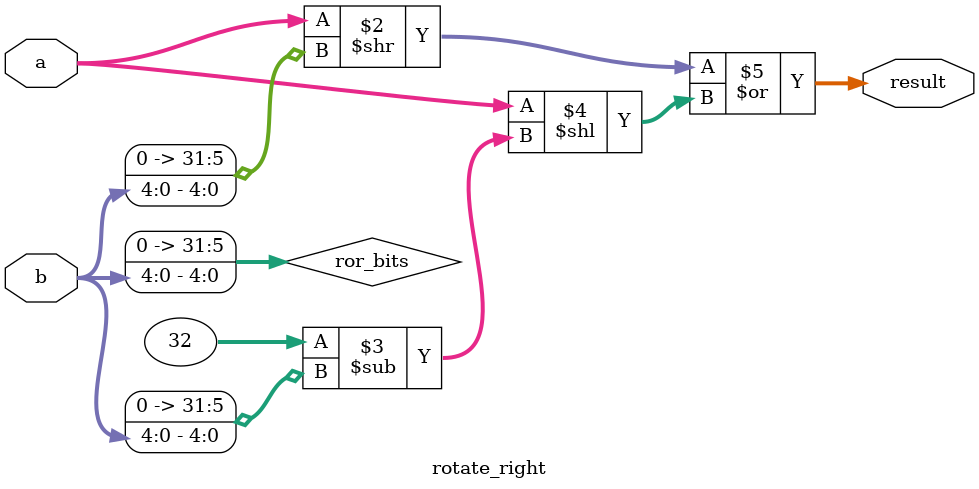
<source format=v>
module shift_left(input wire[31:0] a, input wire[31:0] b, output wire[31:0] result);

	assign result = a << b;

endmodule


module shift_right(input wire[31:0] a, input wire[31:0] b, output wire[31:0] result);

	assign result = a >> b;

endmodule

module ar_shift_right(input wire[31:0] a, input wire[31:0] b, output wire[31:0] result);

	assign result = a >>> b;

endmodule


module rotate_left(input wire[31:0] a, input wire[4:0] b, output reg[31:0] result);

	integer rol_bits;
	always@(*)
	begin
		rol_bits = b;
		result = (a << rol_bits) | (a >> 32-rol_bits);
	end

endmodule


module rotate_right(input wire[31:0] a, input wire[4:0] b, output reg[31:0] result);

	integer ror_bits;
	always@(*)
	begin
		ror_bits = b;
		result = (a >> ror_bits) | (a << 32-ror_bits);
	end

endmodule

</source>
